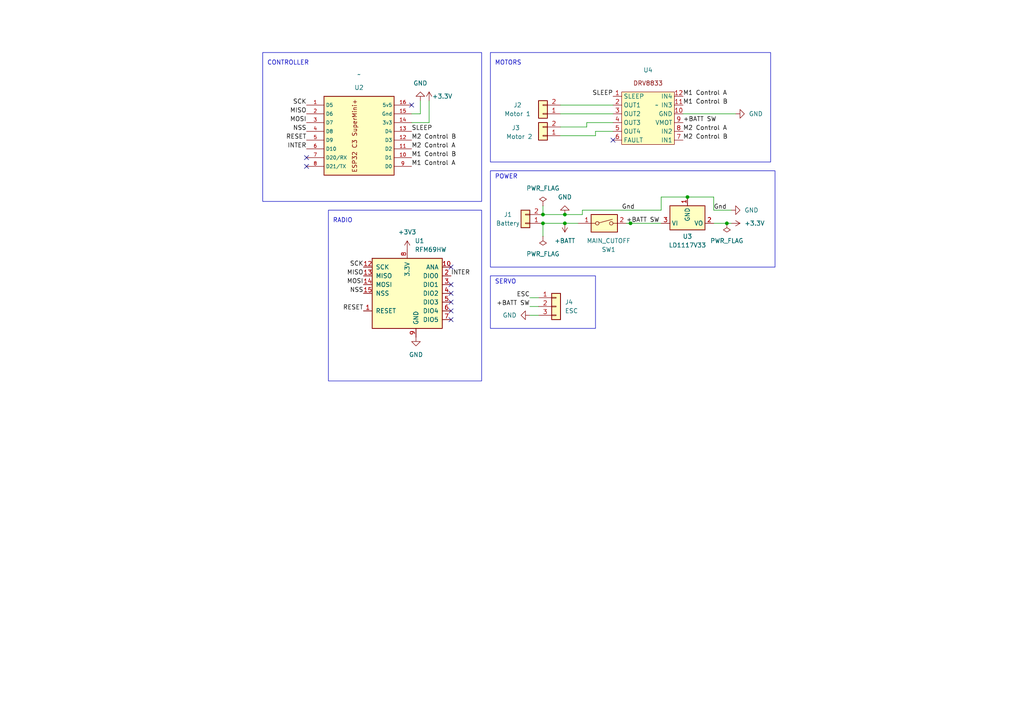
<source format=kicad_sch>
(kicad_sch (version 20250114) (generator "eeschema") (generator_version "9.0")
  (paper "A4")
  (lib_symbols
    (symbol "Connector_Generic:Conn_01x02" (pin_names (offset 1.016) (hide yes))
      (property "Reference" "J" (at 0 2.54 0))
      (property "Value" "Conn_01x02" (at 0 -5.08 0))
      (symbol "Conn_01x02_1_1"
        (rectangle (start -1.27 1.27) (end 1.27 -3.81) (stroke (width 0.254)) (fill (type background)))
        (rectangle (start -1.27 0.127) (end 0 -0.127) (stroke (width 0.1524)))
        (rectangle (start -1.27 -2.413) (end 0 -2.667) (stroke (width 0.1524)))
        (pin passive line (at -5.08 0 0) (length 3.81) (name "Pin_1") (number "1"))
        (pin passive line (at -5.08 -2.54 0) (length 3.81) (name "Pin_2") (number "2"))
      )
    )
    (symbol "Connector_Generic:Conn_01x03" (pin_names (offset 1.016) (hide yes))
      (property "Reference" "J" (at 0 5.08 0))
      (property "Value" "Conn_01x03" (at 0 -5.08 0))
      (symbol "Conn_01x03_1_1"
        (rectangle (start -1.27 3.81) (end 1.27 -3.81) (stroke (width 0.254)) (fill (type background)))
        (rectangle (start -1.27 2.667) (end 0 2.413) (stroke (width 0.1524)))
        (rectangle (start -1.27 0.127) (end 0 -0.127) (stroke (width 0.1524)))
        (rectangle (start -1.27 -2.413) (end 0 -2.667) (stroke (width 0.1524)))
        (pin passive line (at -5.08 2.54 0) (length 3.81) (name "Pin_1") (number "1"))
        (pin passive line (at -5.08 0 0) (length 3.81) (name "Pin_2") (number "2"))
        (pin passive line (at -5.08 -2.54 0) (length 3.81) (name "Pin_3") (number "3"))
      )
    )
    (symbol "Espressif:ESP32-C3-SuperMini_PLUS"
      (property "Reference" "U" (at 1.27 -3.81 90))
      (symbol "ESP32-C3-SuperMini_PLUS_0_1"
        (rectangle (start -10.16 -11.43) (end 10.16 11.43) (stroke (width 0.254)) (fill (type background)))
      )
      (symbol "ESP32-C3-SuperMini_PLUS_1_1"
        (text "ESP32 C3 SuperMini+\n" (at -1.27 0 900) (effects (font (size 1.27 1.27))))
        (pin bidirectional line (at -15.24 8.89 0) (length 5.08) (name "D5") (number "1"))
        (pin bidirectional line (at -15.24 6.35 0) (length 5.08) (name "D6") (number "2"))
        (pin bidirectional line (at -15.24 3.81 0) (length 5.08) (name "D7") (number "3"))
        (pin bidirectional line (at -15.24 1.27 0) (length 5.08) (name "D8") (number "4"))
        (pin bidirectional line (at -15.24 -1.27 0) (length 5.08) (name "D9") (number "5"))
        (pin bidirectional line (at -15.24 -3.81 0) (length 5.08) (name "D10") (number "6"))
        (pin bidirectional line (at -15.24 -6.35 0) (length 5.08) (name "D20/RX") (number "7"))
        (pin bidirectional line (at -15.24 -8.89 0) (length 5.08) (name "D21/TX") (number "8"))
        (pin bidirectional line (at 15.24 8.89 180) (length 5.08) (name "5v5") (number "16"))
        (pin power_in line (at 15.24 6.35 180) (length 5.08) (name "Gnd") (number "15"))
        (pin bidirectional line (at 15.24 3.81 180) (length 5.08) (name "3v3") (number "14"))
        (pin bidirectional line (at 15.24 1.27 180) (length 5.08) (name "D4") (number "13"))
        (pin bidirectional line (at 15.24 -1.27 180) (length 5.08) (name "D3") (number "12"))
        (pin bidirectional line (at 15.24 -3.81 180) (length 5.08) (name "D2") (number "11"))
        (pin bidirectional line (at 15.24 -6.35 180) (length 5.08) (name "D1") (number "10"))
        (pin bidirectional line (at 15.24 -8.89 180) (length 5.08) (name "D0") (number "9"))
      )
    )
    (symbol "My_Library:HW-627"
      (property "Reference" "U" (at 0 0 0))
      (symbol "HW-627_1_1"
        (rectangle (start -7.62 7.62) (end 7.62 -7.62) (fill (type background)))
        (text "DRV8833" (at 0 10.16 0) (effects (font (size 1.27 1.27))))
        (pin input line (at -10.16 6.35 0) (length 2.54) (name "SLEEP") (number "1"))
        (pin output line (at -10.16 3.81 0) (length 2.54) (name "OUT1") (number "2"))
        (pin output line (at -10.16 1.27 0) (length 2.54) (name "OUT2") (number "3"))
        (pin output line (at -10.16 -1.27 0) (length 2.54) (name "OUT3") (number "4"))
        (pin output line (at -10.16 -3.81 0) (length 2.54) (name "OUT4") (number "5"))
        (pin output line (at -10.16 -6.35 0) (length 2.54) (name "FAULT") (number "6"))
        (pin input line (at 10.16 6.35 180) (length 2.54) (name "IN4") (number "12"))
        (pin input line (at 10.16 3.81 180) (length 2.54) (name "IN3") (number "11"))
        (pin power_in line (at 10.16 1.27 180) (length 2.54) (name "GND") (number "10"))
        (pin power_in line (at 10.16 -1.27 180) (length 2.54) (name "VMOT") (number "9"))
        (pin input line (at 10.16 -3.81 180) (length 2.54) (name "IN2") (number "8"))
        (pin input line (at 10.16 -6.35 180) (length 2.54) (name "IN1") (number "7"))
      )
    )
    (symbol "RF_Module:RFM69HW" (pin_names (offset 1.016))
      (property "Reference" "U" (at -3.81 11.43 0))
      (property "Value" "RFM69HW" (at -7.62 13.97 0))
      (symbol "RFM69HW_0_1"
        (rectangle (start -10.16 10.16) (end 10.16 -10.16) (stroke (width 0.254)) (fill (type background)))
      )
      (symbol "RFM69HW_1_1"
        (pin input line (at -12.7 7.62 0) (length 2.54) (name "SCK") (number "12"))
        (pin output line (at -12.7 5.08 0) (length 2.54) (name "MISO") (number "13"))
        (pin input line (at -12.7 2.54 0) (length 2.54) (name "MOSI") (number "14"))
        (pin input line (at -12.7 0 0) (length 2.54) (name "NSS") (number "15"))
        (pin input line (at -12.7 -5.08 0) (length 2.54) (name "RESET") (number "1"))
        (pin no_connect line (at -2.54 -10.16 90) (length 2.54) (hide yes) (name "NC") (number "16"))
        (pin power_in line (at 0 12.7 270) (length 2.54) (name "3.3V") (number "8"))
        (pin passive line (at 2.54 -12.7 90) (length 2.54) (hide yes) (name "GND") (number "11"))
        (pin power_in line (at 2.54 -12.7 90) (length 2.54) (name "GND") (number "9"))
        (pin output line (at 12.7 7.62 180) (length 2.54) (name "ANA") (number "10"))
        (pin bidirectional line (at 12.7 5.08 180) (length 2.54) (name "DIO0") (number "2"))
        (pin bidirectional line (at 12.7 2.54 180) (length 2.54) (name "DIO1") (number "3"))
        (pin bidirectional line (at 12.7 0 180) (length 2.54) (name "DIO2") (number "4"))
        (pin bidirectional line (at 12.7 -2.54 180) (length 2.54) (name "DIO3") (number "5"))
        (pin bidirectional line (at 12.7 -5.08 180) (length 2.54) (name "DIO4") (number "6"))
        (pin bidirectional line (at 12.7 -7.62 180) (length 2.54) (name "DIO5") (number "7"))
      )
    )
    (symbol "Regulator_Linear:LD1117V33"
      (property "Reference" "U" (at -3.81 3.175 0))
      (property "Value" "LD1117V33" (at 0 3.175 0))
      (symbol "LD1117V33_0_1"
        (rectangle (start -5.08 -5.08) (end 5.08 1.905) (stroke (width 0.254)) (fill (type background)))
      )
      (symbol "LD1117V33_1_1"
        (pin power_in line (at -7.62 0 0) (length 2.54) (name "VI") (number "3"))
        (pin power_in line (at 0 -7.62 90) (length 2.54) (name "GND") (number "1"))
        (pin power_out line (at 7.62 0 180) (length 2.54) (name "VO") (number "2"))
      )
    )
    (symbol "Switch:SW_DIP_x01" (pin_names (offset 0) (hide yes))
      (property "Reference" "SW" (at 0 3.81 0))
      (property "Value" "SW_DIP_x01" (at 0 -3.81 0))
      (symbol "SW_DIP_x01_0_0"
        (circle (center -2.032 0) (radius 0.508))
        (polyline (pts (xy -1.524 0.127) (xy 2.3622 1.1684)))
        (circle (center 2.032 0) (radius 0.508))
      )
      (symbol "SW_DIP_x01_0_1"
        (rectangle (start -3.81 2.54) (end 3.81 -2.54) (stroke (width 0.254)) (fill (type background)))
      )
      (symbol "SW_DIP_x01_1_1"
        (pin passive line (at -7.62 0 0) (length 5.08) (name "~") (number "1"))
        (pin passive line (at 7.62 0 180) (length 5.08) (name "~") (number "2"))
      )
    )
    (symbol "power:+3.3V" (power) (pin_names (offset 0))
      (property "Value" "+3.3V" (at 0 3.556 0))
      (symbol "+3.3V_0_1"
        (polyline (pts (xy -0.762 1.27) (xy 0 2.54)))
        (polyline (pts (xy 0 2.54) (xy 0.762 1.27)))
        (polyline (pts (xy 0 0) (xy 0 2.54)))
      )
      (symbol "+3.3V_1_1"
        (pin power_in line (at 0 0 90) (length 0) (hide yes) (name "+3.3V") (number "1"))
      )
    )
    (symbol "power:+3V3" (power) (pin_names (offset 0))
      (property "Value" "+3V3" (at 0 3.556 0))
      (symbol "+3V3_0_1"
        (polyline (pts (xy -0.762 1.27) (xy 0 2.54)))
        (polyline (pts (xy 0 2.54) (xy 0.762 1.27)))
        (polyline (pts (xy 0 0) (xy 0 2.54)))
      )
      (symbol "+3V3_1_1"
        (pin power_in line (at 0 0 90) (length 0) (hide yes) (name "+3V3") (number "1"))
      )
    )
    (symbol "power:+BATT" (power) (pin_names (offset 0))
      (property "Value" "+BATT" (at 0 3.556 0))
      (symbol "+BATT_0_1"
        (polyline (pts (xy -0.762 1.27) (xy 0 2.54)))
        (polyline (pts (xy 0 2.54) (xy 0.762 1.27)))
        (polyline (pts (xy 0 0) (xy 0 2.54)))
      )
      (symbol "+BATT_1_1"
        (pin power_in line (at 0 0 90) (length 0) (hide yes) (name "+BATT") (number "1"))
      )
    )
    (symbol "power:GND" (power) (pin_names (offset 0))
      (property "Value" "GND" (at 0 -3.81 0))
      (symbol "GND_0_1"
        (polyline (pts (xy 0 0) (xy 0 -1.27) (xy 1.27 -1.27) (xy 0 -2.54) (xy -1.27 -1.27) (xy 0 -1.27)))
      )
      (symbol "GND_1_1"
        (pin power_in line (at 0 0 270) (length 0) (hide yes) (name "GND") (number "1"))
      )
    )
    (symbol "power:PWR_FLAG" (power) (pin_numbers (hide yes)) (pin_names (offset 0) (hide yes))
      (property "Value" "PWR_FLAG" (at 0 3.81 0))
      (symbol "PWR_FLAG_0_0"
        (pin power_out line (at 0 0 90) (length 0) (name "pwr") (number "1"))
      )
      (symbol "PWR_FLAG_0_1"
        (polyline (pts (xy 0 0) (xy 0 1.27) (xy -1.016 1.905) (xy 0 2.54) (xy 1.016 1.905) (xy 0 1.27)))
      )
    )
  )
  (rectangle (start 142.24 15.24) (end 223.52 46.99))
  (rectangle (start 142.24 80.01) (end 172.72 95.25))
  (rectangle (start 76.2 15.24) (end 139.7 58.42))
  (rectangle (start 142.24 49.53) (end 224.79 77.47))
  (rectangle (start 95.25 60.96) (end 139.7 110.49))
  (text "POWER" (at 143.51 52.07 0) (effects (font (size 1.27 1.27)) (justify left bottom)))
  (text "MOTORS" (at 143.51 19.05 0) (effects (font (size 1.27 1.27)) (justify left bottom)))
  (text "RADIO" (at 96.52 64.77 0) (effects (font (size 1.27 1.27)) (justify left bottom)))
  (text "CONTROLLER" (at 77.47 19.05 0) (effects (font (size 1.27 1.27)) (justify left bottom)))
  (text "SERVO" (at 143.51 82.55 0) (effects (font (size 1.27 1.27)) (justify left bottom)))
  (junction (at 163.83 64.77))
  (junction (at 163.83 62.23))
  (junction (at 157.48 64.77))
  (junction (at 182.88 64.77))
  (junction (at 157.48 62.23))
  (junction (at 199.39 57.15))
  (junction (at 210.82 64.77))
  (no_connect (at 88.9 48.26))
  (no_connect (at 130.81 92.71))
  (no_connect (at 177.8 40.64))
  (no_connect (at 130.81 82.55))
  (no_connect (at 130.81 85.09))
  (no_connect (at 130.81 90.17))
  (no_connect (at 130.81 77.47))
  (no_connect (at 119.38 30.48))
  (no_connect (at 130.81 87.63))
  (no_connect (at 88.9 45.72))
  (wire (pts (xy 172.72 38.1) (xy 177.8 38.1)))
  (wire (pts (xy 163.83 64.77) (xy 167.64 64.77)))
  (wire (pts (xy 177.8 35.56) (xy 170.18 35.56)))
  (wire (pts (xy 207.01 57.15) (xy 207.01 60.96)))
  (wire (pts (xy 172.72 39.37) (xy 162.56 39.37)))
  (wire (pts (xy 119.38 33.02) (xy 121.92 33.02)))
  (wire (pts (xy 157.48 62.23) (xy 163.83 62.23)))
  (wire (pts (xy 198.12 33.02) (xy 213.36 33.02)))
  (wire (pts (xy 162.56 33.02) (xy 177.8 33.02)))
  (wire (pts (xy 207.01 64.77) (xy 210.82 64.77)))
  (wire (pts (xy 191.77 57.15) (xy 199.39 57.15)))
  (wire (pts (xy 168.91 60.96) (xy 168.91 62.23)))
  (wire (pts (xy 162.56 36.83) (xy 170.18 36.83)))
  (wire (pts (xy 168.91 60.96) (xy 191.77 60.96)))
  (wire (pts (xy 157.48 64.77) (xy 163.83 64.77)))
  (wire (pts (xy 124.46 29.21) (xy 124.46 35.56)))
  (wire (pts (xy 153.67 86.36) (xy 156.21 86.36)))
  (wire (pts (xy 199.39 57.15) (xy 207.01 57.15)))
  (wire (pts (xy 212.09 60.96) (xy 207.01 60.96)))
  (wire (pts (xy 181.61 64.77) (xy 182.88 64.77)))
  (wire (pts (xy 212.09 64.77) (xy 210.82 64.77)))
  (wire (pts (xy 168.91 62.23) (xy 163.83 62.23)))
  (wire (pts (xy 121.92 29.21) (xy 121.92 33.02)))
  (wire (pts (xy 191.77 60.96) (xy 191.77 57.15)))
  (wire (pts (xy 119.38 35.56) (xy 124.46 35.56)))
  (wire (pts (xy 172.72 38.1) (xy 172.72 39.37)))
  (wire (pts (xy 153.67 88.9) (xy 156.21 88.9)))
  (wire (pts (xy 157.48 59.69) (xy 157.48 62.23)))
  (wire (pts (xy 162.56 30.48) (xy 177.8 30.48)))
  (wire (pts (xy 153.67 91.44) (xy 156.21 91.44)))
  (wire (pts (xy 157.48 68.58) (xy 157.48 64.77)))
  (wire (pts (xy 170.18 35.56) (xy 170.18 36.83)))
  (wire (pts (xy 182.88 64.77) (xy 191.77 64.77)))
  (label "+BATT SW" (at 198.12 35.56 0))
  (label "SCK" (at 105.41 77.47 180))
  (label "M1 Control B" (at 119.38 45.72 0))
  (label "RESET" (at 88.9 40.64 180))
  (label "+BATT SW" (at 153.67 88.9 180))
  (label "INTER" (at 130.81 80.01 0))
  (label "M2 Control A" (at 198.12 38.1 0))
  (label "M2 Control B" (at 119.38 40.64 0))
  (label "SCK" (at 88.9 30.48 180))
  (label "NSS" (at 88.9 38.1 180))
  (label "SLEEP" (at 119.38 38.1 0))
  (label "Gnd" (at 180.34 60.96 0))
  (label "INTER" (at 88.9 43.18 180))
  (label "RESET" (at 105.41 90.17 180))
  (label "SLEEP" (at 177.8 27.94 180))
  (label "MISO" (at 88.9 33.02 180))
  (label "M1 Control B" (at 198.12 30.48 0))
  (label "M2 Control A" (at 119.38 43.18 0))
  (label "M1 Control A" (at 119.38 48.26 0))
  (label "M2 Control B" (at 198.12 40.64 0))
  (label "M1 Control A" (at 198.12 27.94 0))
  (label "MOSI" (at 105.41 82.55 180))
  (label "+BATT SW" (at 181.61 64.77 0))
  (label "MOSI" (at 88.9 35.56 180))
  (label "Gnd" (at 207.01 60.96 0))
  (label "MISO" (at 105.41 80.01 180))
  (label "ESC" (at 153.67 86.36 180))
  (label "NSS" (at 105.41 85.09 180))
  (symbol (lib_id "power:GND") (at 213.36 33.02 90) (unit 1)
    (property "Reference" "#PWR011" (effects (hide yes)))
    (property "Value" "GND" (at 217.17 33.02 90) (effects (justify right)))
  )
  (symbol (lib_id "Switch:SW_DIP_x01") (at 175.26 64.77 0) (unit 1)
    (property "Reference" "SW1" (at 176.53 72.39 0))
    (property "Value" "MAIN_CUTOFF" (at 176.53 69.85 0))
    (property "Footprint" "Connector_PinHeader_2.54mm:PinHeader_1x02_P2.54mm_Vertical" (effects (hide yes)))
  )
  (symbol (lib_id "RF_Module:RFM69HW") (at 118.11 85.09 0) (unit 1)
    (property "Reference" "U1" (at 120.3041 69.85 0) (effects (justify left)))
    (property "Value" "RFM69HW" (at 120.3041 72.39 0) (effects (justify left)))
    (property "Footprint" "My_Library:HOPERF_RFM69HW" (effects (hide yes)))
    (property "Datasheet" "https://www.hoperf.com/data/upload/portal/20181127/5bfcbb56f1fd7.pdf" (effects (hide yes)))
  )
  (symbol (lib_id "power:GND") (at 212.09 60.96 90) (unit 1)
    (property "Reference" "#PWR07" (effects (hide yes)))
    (property "Value" "GND" (at 215.9 60.96 90) (effects (justify right)))
  )
  (symbol (lib_id "Connector_Generic:Conn_01x02") (at 157.48 39.37 180) (unit 1)
    (property "Reference" "J3" (at 149.606 37.084 0))
    (property "Value" "Motor 2" (at 150.622 39.624 0))
    (property "Footprint" "Connector_PinHeader_2.54mm:PinHeader_1x02_P2.54mm_Vertical" (effects (hide yes)))
  )
  (symbol (lib_id "power:+3.3V") (at 212.09 64.77 270) (unit 1)
    (property "Reference" "#PWR08" (effects (hide yes)))
    (property "Value" "+3.3V" (at 215.9 64.77 90) (effects (justify left)))
  )
  (symbol (lib_id "power:+3.3V") (at 124.46 29.21 0) (mirror y) (unit 1)
    (property "Reference" "#PWR06" (effects (hide yes)))
    (property "Value" "+3.3V" (at 128.27 27.94 0))
  )
  (symbol (lib_id "power:GND") (at 121.92 29.21 0) (mirror x) (unit 1)
    (property "Reference" "#PWR05" (effects (hide yes)))
    (property "Value" "GND" (at 121.92 24.13 0))
  )
  (symbol (lib_id "power:GND") (at 163.83 62.23 180) (unit 1)
    (property "Reference" "#PWR01" (effects (hide yes)))
    (property "Value" "GND" (at 163.83 57.15 0))
  )
  (symbol (lib_id "power:GND") (at 120.65 97.79 0) (unit 1)
    (property "Reference" "#PWR04" (effects (hide yes)))
    (property "Value" "GND" (at 120.65 102.87 0))
  )
  (symbol (lib_id "power:+3V3") (at 118.11 72.39 0) (unit 1)
    (property "Reference" "#PWR03" (effects (hide yes)))
    (property "Value" "+3V3" (at 118.11 67.31 0))
  )
  (symbol (lib_id "power:PWR_FLAG") (at 210.82 64.77 180) (unit 1)
    (property "Reference" "#FLG03" (effects (hide yes)))
    (property "Value" "PWR_FLAG" (at 210.82 69.85 0))
  )
  (symbol (lib_id "Espressif:ESP32-C3-SuperMini_PLUS") (at 104.14 39.37 0) (unit 1)
    (property "Reference" "U2" (at 104.14 25.4 0))
    (property "Value" "~" (at 104.14 21.59 0))
    (property "Footprint" "Espressif:ESP32-C3-SuperMini_PLUS" (effects (hide yes)))
  )
  (symbol (lib_id "power:GND") (at 153.67 91.44 270) (unit 1)
    (property "Reference" "#PWR09" (effects (hide yes)))
    (property "Value" "GND" (at 149.86 91.44 90) (effects (justify right)))
  )
  (symbol (lib_id "Regulator_Linear:LD1117V33") (at 199.39 64.77 0) (mirror x) (unit 1)
    (property "Reference" "U3" (at 199.39 68.58 0))
    (property "Value" "LD1117V33" (at 199.39 71.12 0))
    (property "Footprint" "Package_TO_SOT_THT:TO-220-3_Vertical" (effects (hide yes)))
    (property "Datasheet" "https://www.st.com/resource/en/datasheet/ld1117.pdf" (effects (hide yes)))
    (property "Description" "800 mA Fixed Low Drop Positive Voltage Regulator (ldo). Max input 15V. Fixed Output 3.3V. TO-220-3" (effects (hide yes)))
  )
  (symbol (lib_id "power:PWR_FLAG") (at 157.48 68.58 180) (unit 1)
    (property "Reference" "#FLG02" (effects (hide yes)))
    (property "Value" "PWR_FLAG" (at 157.48 73.66 0))
  )
  (symbol (lib_id "My_Library:HW-627") (at 187.96 34.29 0) (unit 1)
    (property "Reference" "U4" (at 187.96 20.32 0))
    (property "Value" "~" (at 190.5 30.48 0))
    (property "Footprint" "My_Library:HW-627" (effects (hide yes)))
  )
  (symbol (lib_id "power:+BATT") (at 163.83 64.77 180) (unit 1)
    (property "Reference" "#PWR02" (effects (hide yes)))
    (property "Value" "+BATT" (at 163.83 69.85 0))
  )
  (symbol (lib_id "Connector_Generic:Conn_01x03") (at 161.29 88.9 0) (unit 1)
    (property "Reference" "J4" (at 163.83 87.63 0) (effects (justify left)))
    (property "Value" "ESC" (at 163.83 90.17 0) (effects (justify left)))
    (property "Footprint" "Connector_PinHeader_2.54mm:PinHeader_1x03_P2.54mm_Vertical" (effects (hide yes)))
  )
  (symbol (lib_id "Connector_Generic:Conn_01x02") (at 152.4 64.77 180) (unit 1)
    (property "Reference" "J1" (at 147.32 62.23 0))
    (property "Value" "Battery" (at 147.32 64.77 0))
    (property "Footprint" "Connector_PinHeader_2.54mm:PinHeader_1x02_P2.54mm_Vertical" (effects (hide yes)))
  )
  (symbol (lib_id "Connector_Generic:Conn_01x02") (at 157.48 33.02 180) (unit 1)
    (property "Reference" "J2" (at 150.114 30.48 0))
    (property "Value" "Motor 1" (at 150.114 33.02 0))
    (property "Footprint" "Connector_PinHeader_2.54mm:PinHeader_1x02_P2.54mm_Vertical" (effects (hide yes)))
  )
  (symbol (lib_id "power:PWR_FLAG") (at 157.48 59.69 0) (unit 1)
    (property "Reference" "#FLG01" (effects (hide yes)))
    (property "Value" "PWR_FLAG" (at 157.48 54.61 0))
  )
)
</source>
